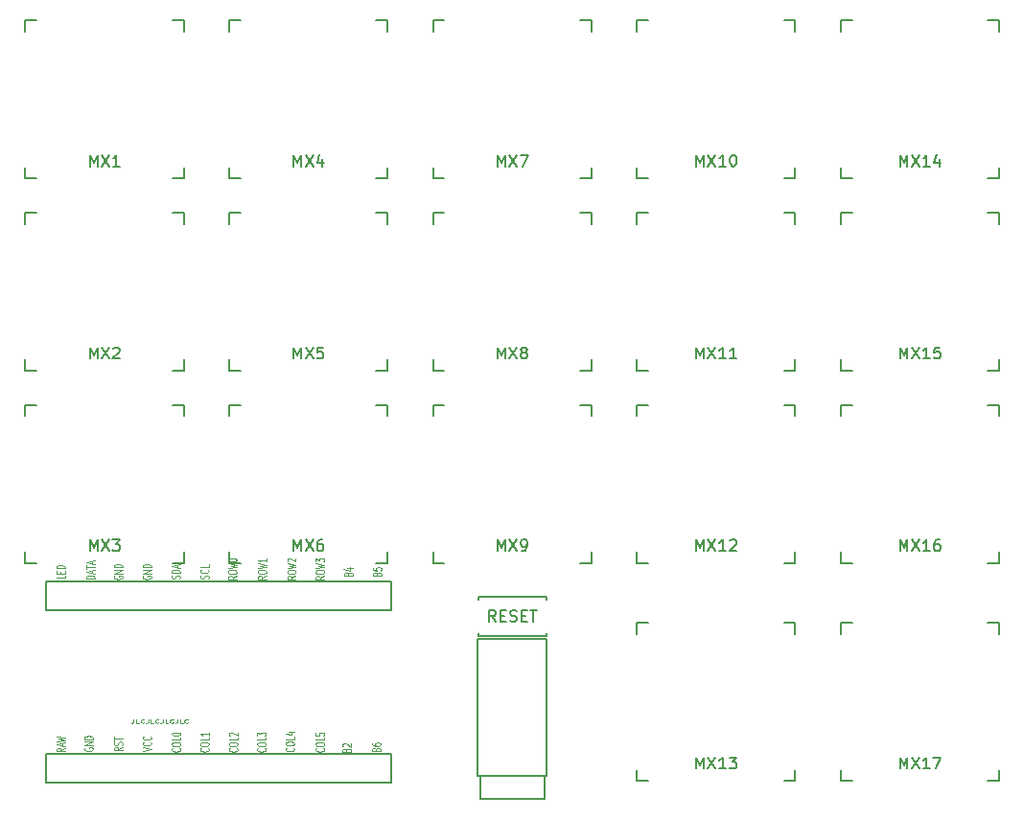
<source format=gto>
%TF.GenerationSoftware,KiCad,Pcbnew,(5.1.12)-1*%
%TF.CreationDate,2021-11-30T03:04:48-08:00*%
%TF.ProjectId,orthodox_v2,6f727468-6f64-46f7-985f-76322e6b6963,rev?*%
%TF.SameCoordinates,Original*%
%TF.FileFunction,Legend,Top*%
%TF.FilePolarity,Positive*%
%FSLAX46Y46*%
G04 Gerber Fmt 4.6, Leading zero omitted, Abs format (unit mm)*
G04 Created by KiCad (PCBNEW (5.1.12)-1) date 2021-11-30 03:04:48*
%MOMM*%
%LPD*%
G01*
G04 APERTURE LIST*
%ADD10C,0.037500*%
%ADD11C,0.150000*%
%ADD12C,0.125000*%
G04 APERTURE END LIST*
D10*
X112828676Y-132449114D02*
X112828676Y-132663400D01*
X112804866Y-132706257D01*
X112757247Y-132734828D01*
X112685819Y-132749114D01*
X112638200Y-132749114D01*
X113304866Y-132749114D02*
X113066771Y-132749114D01*
X113066771Y-132449114D01*
X113757247Y-132720542D02*
X113733438Y-132734828D01*
X113662009Y-132749114D01*
X113614390Y-132749114D01*
X113542961Y-132734828D01*
X113495342Y-132706257D01*
X113471533Y-132677685D01*
X113447723Y-132620542D01*
X113447723Y-132577685D01*
X113471533Y-132520542D01*
X113495342Y-132491971D01*
X113542961Y-132463400D01*
X113614390Y-132449114D01*
X113662009Y-132449114D01*
X113733438Y-132463400D01*
X113757247Y-132477685D01*
X114114390Y-132449114D02*
X114114390Y-132663400D01*
X114090580Y-132706257D01*
X114042961Y-132734828D01*
X113971533Y-132749114D01*
X113923914Y-132749114D01*
X114590580Y-132749114D02*
X114352485Y-132749114D01*
X114352485Y-132449114D01*
X115042961Y-132720542D02*
X115019152Y-132734828D01*
X114947723Y-132749114D01*
X114900104Y-132749114D01*
X114828676Y-132734828D01*
X114781057Y-132706257D01*
X114757247Y-132677685D01*
X114733438Y-132620542D01*
X114733438Y-132577685D01*
X114757247Y-132520542D01*
X114781057Y-132491971D01*
X114828676Y-132463400D01*
X114900104Y-132449114D01*
X114947723Y-132449114D01*
X115019152Y-132463400D01*
X115042961Y-132477685D01*
X115400104Y-132449114D02*
X115400104Y-132663400D01*
X115376295Y-132706257D01*
X115328676Y-132734828D01*
X115257247Y-132749114D01*
X115209628Y-132749114D01*
X115876295Y-132749114D02*
X115638200Y-132749114D01*
X115638200Y-132449114D01*
X116328676Y-132720542D02*
X116304866Y-132734828D01*
X116233438Y-132749114D01*
X116185819Y-132749114D01*
X116114390Y-132734828D01*
X116066771Y-132706257D01*
X116042961Y-132677685D01*
X116019152Y-132620542D01*
X116019152Y-132577685D01*
X116042961Y-132520542D01*
X116066771Y-132491971D01*
X116114390Y-132463400D01*
X116185819Y-132449114D01*
X116233438Y-132449114D01*
X116304866Y-132463400D01*
X116328676Y-132477685D01*
X116685819Y-132449114D02*
X116685819Y-132663400D01*
X116662009Y-132706257D01*
X116614390Y-132734828D01*
X116542961Y-132749114D01*
X116495342Y-132749114D01*
X117162009Y-132749114D02*
X116923914Y-132749114D01*
X116923914Y-132449114D01*
X117614390Y-132720542D02*
X117590580Y-132734828D01*
X117519152Y-132749114D01*
X117471533Y-132749114D01*
X117400104Y-132734828D01*
X117352485Y-132706257D01*
X117328676Y-132677685D01*
X117304866Y-132620542D01*
X117304866Y-132577685D01*
X117328676Y-132520542D01*
X117352485Y-132491971D01*
X117400104Y-132463400D01*
X117471533Y-132449114D01*
X117519152Y-132449114D01*
X117590580Y-132463400D01*
X117614390Y-132477685D01*
D11*
%TO.C,MX6*%
X135261000Y-118649900D02*
X134261000Y-118649900D01*
X135261000Y-117649900D02*
X135261000Y-118649900D01*
X135261000Y-104649900D02*
X135261000Y-105649900D01*
X134261000Y-104649900D02*
X135261000Y-104649900D01*
X121261000Y-104649900D02*
X122261000Y-104649900D01*
X121261000Y-105649900D02*
X121261000Y-104649900D01*
X121261000Y-118649900D02*
X121261000Y-117649900D01*
X122261000Y-118649900D02*
X121261000Y-118649900D01*
%TO.C,U2*%
X143481000Y-139454900D02*
X149081000Y-139454900D01*
X149081000Y-137454900D02*
X149081000Y-139454900D01*
X143481000Y-137454900D02*
X143481000Y-139454900D01*
X149331000Y-137454900D02*
X149331000Y-125354900D01*
X143231000Y-137454900D02*
X143231000Y-125354900D01*
X143231000Y-125354900D02*
X149331000Y-125354900D01*
X143231000Y-137454900D02*
X149331000Y-137454900D01*
%TO.C,MX1*%
X104261000Y-84649900D02*
X103261000Y-84649900D01*
X103261000Y-84649900D02*
X103261000Y-83649900D01*
X103261000Y-71649900D02*
X103261000Y-70649900D01*
X103261000Y-70649900D02*
X104261000Y-70649900D01*
X116261000Y-70649900D02*
X117261000Y-70649900D01*
X117261000Y-70649900D02*
X117261000Y-71649900D01*
X117261000Y-83649900D02*
X117261000Y-84649900D01*
X117261000Y-84649900D02*
X116261000Y-84649900D01*
%TO.C,MX2*%
X117261000Y-101649900D02*
X116261000Y-101649900D01*
X117261000Y-100649900D02*
X117261000Y-101649900D01*
X117261000Y-87649900D02*
X117261000Y-88649900D01*
X116261000Y-87649900D02*
X117261000Y-87649900D01*
X103261000Y-87649900D02*
X104261000Y-87649900D01*
X103261000Y-88649900D02*
X103261000Y-87649900D01*
X103261000Y-101649900D02*
X103261000Y-100649900D01*
X104261000Y-101649900D02*
X103261000Y-101649900D01*
%TO.C,MX3*%
X117261000Y-118649900D02*
X116261000Y-118649900D01*
X117261000Y-117649900D02*
X117261000Y-118649900D01*
X117261000Y-104649900D02*
X117261000Y-105649900D01*
X116261000Y-104649900D02*
X117261000Y-104649900D01*
X103261000Y-104649900D02*
X104261000Y-104649900D01*
X103261000Y-105649900D02*
X103261000Y-104649900D01*
X103261000Y-118649900D02*
X103261000Y-117649900D01*
X104261000Y-118649900D02*
X103261000Y-118649900D01*
%TO.C,MX4*%
X135261000Y-84649900D02*
X134261000Y-84649900D01*
X135261000Y-83649900D02*
X135261000Y-84649900D01*
X135261000Y-70649900D02*
X135261000Y-71649900D01*
X134261000Y-70649900D02*
X135261000Y-70649900D01*
X121261000Y-70649900D02*
X122261000Y-70649900D01*
X121261000Y-71649900D02*
X121261000Y-70649900D01*
X121261000Y-84649900D02*
X121261000Y-83649900D01*
X122261000Y-84649900D02*
X121261000Y-84649900D01*
%TO.C,MX5*%
X122261000Y-101649900D02*
X121261000Y-101649900D01*
X121261000Y-101649900D02*
X121261000Y-100649900D01*
X121261000Y-88649900D02*
X121261000Y-87649900D01*
X121261000Y-87649900D02*
X122261000Y-87649900D01*
X134261000Y-87649900D02*
X135261000Y-87649900D01*
X135261000Y-87649900D02*
X135261000Y-88649900D01*
X135261000Y-100649900D02*
X135261000Y-101649900D01*
X135261000Y-101649900D02*
X134261000Y-101649900D01*
%TO.C,MX7*%
X140261000Y-84649900D02*
X139261000Y-84649900D01*
X139261000Y-84649900D02*
X139261000Y-83649900D01*
X139261000Y-71649900D02*
X139261000Y-70649900D01*
X139261000Y-70649900D02*
X140261000Y-70649900D01*
X152261000Y-70649900D02*
X153261000Y-70649900D01*
X153261000Y-70649900D02*
X153261000Y-71649900D01*
X153261000Y-83649900D02*
X153261000Y-84649900D01*
X153261000Y-84649900D02*
X152261000Y-84649900D01*
%TO.C,MX8*%
X153261000Y-101649900D02*
X152261000Y-101649900D01*
X153261000Y-100649900D02*
X153261000Y-101649900D01*
X153261000Y-87649900D02*
X153261000Y-88649900D01*
X152261000Y-87649900D02*
X153261000Y-87649900D01*
X139261000Y-87649900D02*
X140261000Y-87649900D01*
X139261000Y-88649900D02*
X139261000Y-87649900D01*
X139261000Y-101649900D02*
X139261000Y-100649900D01*
X140261000Y-101649900D02*
X139261000Y-101649900D01*
%TO.C,MX9*%
X153261000Y-118649900D02*
X152261000Y-118649900D01*
X153261000Y-117649900D02*
X153261000Y-118649900D01*
X153261000Y-104649900D02*
X153261000Y-105649900D01*
X152261000Y-104649900D02*
X153261000Y-104649900D01*
X139261000Y-104649900D02*
X140261000Y-104649900D01*
X139261000Y-105649900D02*
X139261000Y-104649900D01*
X139261000Y-118649900D02*
X139261000Y-117649900D01*
X140261000Y-118649900D02*
X139261000Y-118649900D01*
%TO.C,MX10*%
X171261000Y-84649900D02*
X170261000Y-84649900D01*
X171261000Y-83649900D02*
X171261000Y-84649900D01*
X171261000Y-70649900D02*
X171261000Y-71649900D01*
X170261000Y-70649900D02*
X171261000Y-70649900D01*
X157261000Y-70649900D02*
X158261000Y-70649900D01*
X157261000Y-71649900D02*
X157261000Y-70649900D01*
X157261000Y-84649900D02*
X157261000Y-83649900D01*
X158261000Y-84649900D02*
X157261000Y-84649900D01*
%TO.C,MX11*%
X158261000Y-101649900D02*
X157261000Y-101649900D01*
X157261000Y-101649900D02*
X157261000Y-100649900D01*
X157261000Y-88649900D02*
X157261000Y-87649900D01*
X157261000Y-87649900D02*
X158261000Y-87649900D01*
X170261000Y-87649900D02*
X171261000Y-87649900D01*
X171261000Y-87649900D02*
X171261000Y-88649900D01*
X171261000Y-100649900D02*
X171261000Y-101649900D01*
X171261000Y-101649900D02*
X170261000Y-101649900D01*
%TO.C,MX12*%
X171261000Y-118649900D02*
X170261000Y-118649900D01*
X171261000Y-117649900D02*
X171261000Y-118649900D01*
X171261000Y-104649900D02*
X171261000Y-105649900D01*
X170261000Y-104649900D02*
X171261000Y-104649900D01*
X157261000Y-104649900D02*
X158261000Y-104649900D01*
X157261000Y-105649900D02*
X157261000Y-104649900D01*
X157261000Y-118649900D02*
X157261000Y-117649900D01*
X158261000Y-118649900D02*
X157261000Y-118649900D01*
%TO.C,MX13*%
X158261000Y-137899900D02*
X157261000Y-137899900D01*
X157261000Y-137899900D02*
X157261000Y-136899900D01*
X157261000Y-124899900D02*
X157261000Y-123899900D01*
X157261000Y-123899900D02*
X158261000Y-123899900D01*
X170261000Y-123899900D02*
X171261000Y-123899900D01*
X171261000Y-123899900D02*
X171261000Y-124899900D01*
X171261000Y-136899900D02*
X171261000Y-137899900D01*
X171261000Y-137899900D02*
X170261000Y-137899900D01*
%TO.C,MX14*%
X176261000Y-84649900D02*
X175261000Y-84649900D01*
X175261000Y-84649900D02*
X175261000Y-83649900D01*
X175261000Y-71649900D02*
X175261000Y-70649900D01*
X175261000Y-70649900D02*
X176261000Y-70649900D01*
X188261000Y-70649900D02*
X189261000Y-70649900D01*
X189261000Y-70649900D02*
X189261000Y-71649900D01*
X189261000Y-83649900D02*
X189261000Y-84649900D01*
X189261000Y-84649900D02*
X188261000Y-84649900D01*
%TO.C,MX15*%
X189261000Y-101649900D02*
X188261000Y-101649900D01*
X189261000Y-100649900D02*
X189261000Y-101649900D01*
X189261000Y-87649900D02*
X189261000Y-88649900D01*
X188261000Y-87649900D02*
X189261000Y-87649900D01*
X175261000Y-87649900D02*
X176261000Y-87649900D01*
X175261000Y-88649900D02*
X175261000Y-87649900D01*
X175261000Y-101649900D02*
X175261000Y-100649900D01*
X176261000Y-101649900D02*
X175261000Y-101649900D01*
%TO.C,MX16*%
X176261000Y-118649900D02*
X175261000Y-118649900D01*
X175261000Y-118649900D02*
X175261000Y-117649900D01*
X175261000Y-105649900D02*
X175261000Y-104649900D01*
X175261000Y-104649900D02*
X176261000Y-104649900D01*
X188261000Y-104649900D02*
X189261000Y-104649900D01*
X189261000Y-104649900D02*
X189261000Y-105649900D01*
X189261000Y-117649900D02*
X189261000Y-118649900D01*
X189261000Y-118649900D02*
X188261000Y-118649900D01*
%TO.C,MX17*%
X189261000Y-137899900D02*
X188261000Y-137899900D01*
X189261000Y-136899900D02*
X189261000Y-137899900D01*
X189261000Y-123899900D02*
X189261000Y-124899900D01*
X188261000Y-123899900D02*
X189261000Y-123899900D01*
X175261000Y-123899900D02*
X176261000Y-123899900D01*
X175261000Y-124899900D02*
X175261000Y-123899900D01*
X175261000Y-137899900D02*
X175261000Y-136899900D01*
X176261000Y-137899900D02*
X175261000Y-137899900D01*
%TO.C,SW1*%
X143261000Y-125100000D02*
X143261000Y-124850000D01*
X149261000Y-125100000D02*
X143261000Y-125100000D01*
X149261000Y-125100000D02*
X149261000Y-124850000D01*
X149261000Y-121600000D02*
X149261000Y-121850000D01*
X143261000Y-121600000D02*
X143261000Y-121850000D01*
X149261000Y-121600000D02*
X143261000Y-121600000D01*
%TO.C,U1*%
X105083000Y-135529900D02*
X105083000Y-138069900D01*
X105083000Y-138069900D02*
X135563000Y-138069900D01*
X135563000Y-138069900D02*
X135563000Y-135529900D01*
X135563000Y-135529900D02*
X105083000Y-135529900D01*
X105083000Y-120289900D02*
X105083000Y-122829900D01*
X105083000Y-122829900D02*
X135563000Y-122829900D01*
X135563000Y-122829900D02*
X135563000Y-120289900D01*
X135563000Y-120289900D02*
X105083000Y-120289900D01*
%TO.C,MX6*%
X126975285Y-117557280D02*
X126975285Y-116557280D01*
X127308619Y-117271566D01*
X127641952Y-116557280D01*
X127641952Y-117557280D01*
X128022904Y-116557280D02*
X128689571Y-117557280D01*
X128689571Y-116557280D02*
X128022904Y-117557280D01*
X129499095Y-116557280D02*
X129308619Y-116557280D01*
X129213380Y-116604900D01*
X129165761Y-116652519D01*
X129070523Y-116795376D01*
X129022904Y-116985852D01*
X129022904Y-117366804D01*
X129070523Y-117462042D01*
X129118142Y-117509661D01*
X129213380Y-117557280D01*
X129403857Y-117557280D01*
X129499095Y-117509661D01*
X129546714Y-117462042D01*
X129594333Y-117366804D01*
X129594333Y-117128709D01*
X129546714Y-117033471D01*
X129499095Y-116985852D01*
X129403857Y-116938233D01*
X129213380Y-116938233D01*
X129118142Y-116985852D01*
X129070523Y-117033471D01*
X129022904Y-117128709D01*
%TO.C,MX1*%
X108975285Y-83557280D02*
X108975285Y-82557280D01*
X109308619Y-83271566D01*
X109641952Y-82557280D01*
X109641952Y-83557280D01*
X110022904Y-82557280D02*
X110689571Y-83557280D01*
X110689571Y-82557280D02*
X110022904Y-83557280D01*
X111594333Y-83557280D02*
X111022904Y-83557280D01*
X111308619Y-83557280D02*
X111308619Y-82557280D01*
X111213380Y-82700138D01*
X111118142Y-82795376D01*
X111022904Y-82842995D01*
%TO.C,MX2*%
X108975285Y-100557280D02*
X108975285Y-99557280D01*
X109308619Y-100271566D01*
X109641952Y-99557280D01*
X109641952Y-100557280D01*
X110022904Y-99557280D02*
X110689571Y-100557280D01*
X110689571Y-99557280D02*
X110022904Y-100557280D01*
X111022904Y-99652519D02*
X111070523Y-99604900D01*
X111165761Y-99557280D01*
X111403857Y-99557280D01*
X111499095Y-99604900D01*
X111546714Y-99652519D01*
X111594333Y-99747757D01*
X111594333Y-99842995D01*
X111546714Y-99985852D01*
X110975285Y-100557280D01*
X111594333Y-100557280D01*
%TO.C,MX3*%
X108975285Y-117557280D02*
X108975285Y-116557280D01*
X109308619Y-117271566D01*
X109641952Y-116557280D01*
X109641952Y-117557280D01*
X110022904Y-116557280D02*
X110689571Y-117557280D01*
X110689571Y-116557280D02*
X110022904Y-117557280D01*
X110975285Y-116557280D02*
X111594333Y-116557280D01*
X111261000Y-116938233D01*
X111403857Y-116938233D01*
X111499095Y-116985852D01*
X111546714Y-117033471D01*
X111594333Y-117128709D01*
X111594333Y-117366804D01*
X111546714Y-117462042D01*
X111499095Y-117509661D01*
X111403857Y-117557280D01*
X111118142Y-117557280D01*
X111022904Y-117509661D01*
X110975285Y-117462042D01*
%TO.C,MX4*%
X126975285Y-83557280D02*
X126975285Y-82557280D01*
X127308619Y-83271566D01*
X127641952Y-82557280D01*
X127641952Y-83557280D01*
X128022904Y-82557280D02*
X128689571Y-83557280D01*
X128689571Y-82557280D02*
X128022904Y-83557280D01*
X129499095Y-82890614D02*
X129499095Y-83557280D01*
X129261000Y-82509661D02*
X129022904Y-83223947D01*
X129641952Y-83223947D01*
%TO.C,MX5*%
X126975285Y-100557280D02*
X126975285Y-99557280D01*
X127308619Y-100271566D01*
X127641952Y-99557280D01*
X127641952Y-100557280D01*
X128022904Y-99557280D02*
X128689571Y-100557280D01*
X128689571Y-99557280D02*
X128022904Y-100557280D01*
X129546714Y-99557280D02*
X129070523Y-99557280D01*
X129022904Y-100033471D01*
X129070523Y-99985852D01*
X129165761Y-99938233D01*
X129403857Y-99938233D01*
X129499095Y-99985852D01*
X129546714Y-100033471D01*
X129594333Y-100128709D01*
X129594333Y-100366804D01*
X129546714Y-100462042D01*
X129499095Y-100509661D01*
X129403857Y-100557280D01*
X129165761Y-100557280D01*
X129070523Y-100509661D01*
X129022904Y-100462042D01*
%TO.C,MX7*%
X144975285Y-83557280D02*
X144975285Y-82557280D01*
X145308619Y-83271566D01*
X145641952Y-82557280D01*
X145641952Y-83557280D01*
X146022904Y-82557280D02*
X146689571Y-83557280D01*
X146689571Y-82557280D02*
X146022904Y-83557280D01*
X146975285Y-82557280D02*
X147641952Y-82557280D01*
X147213380Y-83557280D01*
%TO.C,MX8*%
X144975285Y-100557280D02*
X144975285Y-99557280D01*
X145308619Y-100271566D01*
X145641952Y-99557280D01*
X145641952Y-100557280D01*
X146022904Y-99557280D02*
X146689571Y-100557280D01*
X146689571Y-99557280D02*
X146022904Y-100557280D01*
X147213380Y-99985852D02*
X147118142Y-99938233D01*
X147070523Y-99890614D01*
X147022904Y-99795376D01*
X147022904Y-99747757D01*
X147070523Y-99652519D01*
X147118142Y-99604900D01*
X147213380Y-99557280D01*
X147403857Y-99557280D01*
X147499095Y-99604900D01*
X147546714Y-99652519D01*
X147594333Y-99747757D01*
X147594333Y-99795376D01*
X147546714Y-99890614D01*
X147499095Y-99938233D01*
X147403857Y-99985852D01*
X147213380Y-99985852D01*
X147118142Y-100033471D01*
X147070523Y-100081090D01*
X147022904Y-100176328D01*
X147022904Y-100366804D01*
X147070523Y-100462042D01*
X147118142Y-100509661D01*
X147213380Y-100557280D01*
X147403857Y-100557280D01*
X147499095Y-100509661D01*
X147546714Y-100462042D01*
X147594333Y-100366804D01*
X147594333Y-100176328D01*
X147546714Y-100081090D01*
X147499095Y-100033471D01*
X147403857Y-99985852D01*
%TO.C,MX9*%
X144975285Y-117557280D02*
X144975285Y-116557280D01*
X145308619Y-117271566D01*
X145641952Y-116557280D01*
X145641952Y-117557280D01*
X146022904Y-116557280D02*
X146689571Y-117557280D01*
X146689571Y-116557280D02*
X146022904Y-117557280D01*
X147118142Y-117557280D02*
X147308619Y-117557280D01*
X147403857Y-117509661D01*
X147451476Y-117462042D01*
X147546714Y-117319185D01*
X147594333Y-117128709D01*
X147594333Y-116747757D01*
X147546714Y-116652519D01*
X147499095Y-116604900D01*
X147403857Y-116557280D01*
X147213380Y-116557280D01*
X147118142Y-116604900D01*
X147070523Y-116652519D01*
X147022904Y-116747757D01*
X147022904Y-116985852D01*
X147070523Y-117081090D01*
X147118142Y-117128709D01*
X147213380Y-117176328D01*
X147403857Y-117176328D01*
X147499095Y-117128709D01*
X147546714Y-117081090D01*
X147594333Y-116985852D01*
%TO.C,MX10*%
X162499095Y-83557280D02*
X162499095Y-82557280D01*
X162832428Y-83271566D01*
X163165761Y-82557280D01*
X163165761Y-83557280D01*
X163546714Y-82557280D02*
X164213380Y-83557280D01*
X164213380Y-82557280D02*
X163546714Y-83557280D01*
X165118142Y-83557280D02*
X164546714Y-83557280D01*
X164832428Y-83557280D02*
X164832428Y-82557280D01*
X164737190Y-82700138D01*
X164641952Y-82795376D01*
X164546714Y-82842995D01*
X165737190Y-82557280D02*
X165832428Y-82557280D01*
X165927666Y-82604900D01*
X165975285Y-82652519D01*
X166022904Y-82747757D01*
X166070523Y-82938233D01*
X166070523Y-83176328D01*
X166022904Y-83366804D01*
X165975285Y-83462042D01*
X165927666Y-83509661D01*
X165832428Y-83557280D01*
X165737190Y-83557280D01*
X165641952Y-83509661D01*
X165594333Y-83462042D01*
X165546714Y-83366804D01*
X165499095Y-83176328D01*
X165499095Y-82938233D01*
X165546714Y-82747757D01*
X165594333Y-82652519D01*
X165641952Y-82604900D01*
X165737190Y-82557280D01*
%TO.C,MX11*%
X162499095Y-100557280D02*
X162499095Y-99557280D01*
X162832428Y-100271566D01*
X163165761Y-99557280D01*
X163165761Y-100557280D01*
X163546714Y-99557280D02*
X164213380Y-100557280D01*
X164213380Y-99557280D02*
X163546714Y-100557280D01*
X165118142Y-100557280D02*
X164546714Y-100557280D01*
X164832428Y-100557280D02*
X164832428Y-99557280D01*
X164737190Y-99700138D01*
X164641952Y-99795376D01*
X164546714Y-99842995D01*
X166070523Y-100557280D02*
X165499095Y-100557280D01*
X165784809Y-100557280D02*
X165784809Y-99557280D01*
X165689571Y-99700138D01*
X165594333Y-99795376D01*
X165499095Y-99842995D01*
%TO.C,MX12*%
X162499095Y-117557280D02*
X162499095Y-116557280D01*
X162832428Y-117271566D01*
X163165761Y-116557280D01*
X163165761Y-117557280D01*
X163546714Y-116557280D02*
X164213380Y-117557280D01*
X164213380Y-116557280D02*
X163546714Y-117557280D01*
X165118142Y-117557280D02*
X164546714Y-117557280D01*
X164832428Y-117557280D02*
X164832428Y-116557280D01*
X164737190Y-116700138D01*
X164641952Y-116795376D01*
X164546714Y-116842995D01*
X165499095Y-116652519D02*
X165546714Y-116604900D01*
X165641952Y-116557280D01*
X165880047Y-116557280D01*
X165975285Y-116604900D01*
X166022904Y-116652519D01*
X166070523Y-116747757D01*
X166070523Y-116842995D01*
X166022904Y-116985852D01*
X165451476Y-117557280D01*
X166070523Y-117557280D01*
%TO.C,MX13*%
X162499095Y-136807280D02*
X162499095Y-135807280D01*
X162832428Y-136521566D01*
X163165761Y-135807280D01*
X163165761Y-136807280D01*
X163546714Y-135807280D02*
X164213380Y-136807280D01*
X164213380Y-135807280D02*
X163546714Y-136807280D01*
X165118142Y-136807280D02*
X164546714Y-136807280D01*
X164832428Y-136807280D02*
X164832428Y-135807280D01*
X164737190Y-135950138D01*
X164641952Y-136045376D01*
X164546714Y-136092995D01*
X165451476Y-135807280D02*
X166070523Y-135807280D01*
X165737190Y-136188233D01*
X165880047Y-136188233D01*
X165975285Y-136235852D01*
X166022904Y-136283471D01*
X166070523Y-136378709D01*
X166070523Y-136616804D01*
X166022904Y-136712042D01*
X165975285Y-136759661D01*
X165880047Y-136807280D01*
X165594333Y-136807280D01*
X165499095Y-136759661D01*
X165451476Y-136712042D01*
%TO.C,MX14*%
X180499095Y-83557280D02*
X180499095Y-82557280D01*
X180832428Y-83271566D01*
X181165761Y-82557280D01*
X181165761Y-83557280D01*
X181546714Y-82557280D02*
X182213380Y-83557280D01*
X182213380Y-82557280D02*
X181546714Y-83557280D01*
X183118142Y-83557280D02*
X182546714Y-83557280D01*
X182832428Y-83557280D02*
X182832428Y-82557280D01*
X182737190Y-82700138D01*
X182641952Y-82795376D01*
X182546714Y-82842995D01*
X183975285Y-82890614D02*
X183975285Y-83557280D01*
X183737190Y-82509661D02*
X183499095Y-83223947D01*
X184118142Y-83223947D01*
%TO.C,MX15*%
X180499095Y-100557280D02*
X180499095Y-99557280D01*
X180832428Y-100271566D01*
X181165761Y-99557280D01*
X181165761Y-100557280D01*
X181546714Y-99557280D02*
X182213380Y-100557280D01*
X182213380Y-99557280D02*
X181546714Y-100557280D01*
X183118142Y-100557280D02*
X182546714Y-100557280D01*
X182832428Y-100557280D02*
X182832428Y-99557280D01*
X182737190Y-99700138D01*
X182641952Y-99795376D01*
X182546714Y-99842995D01*
X184022904Y-99557280D02*
X183546714Y-99557280D01*
X183499095Y-100033471D01*
X183546714Y-99985852D01*
X183641952Y-99938233D01*
X183880047Y-99938233D01*
X183975285Y-99985852D01*
X184022904Y-100033471D01*
X184070523Y-100128709D01*
X184070523Y-100366804D01*
X184022904Y-100462042D01*
X183975285Y-100509661D01*
X183880047Y-100557280D01*
X183641952Y-100557280D01*
X183546714Y-100509661D01*
X183499095Y-100462042D01*
%TO.C,MX16*%
X180499095Y-117557280D02*
X180499095Y-116557280D01*
X180832428Y-117271566D01*
X181165761Y-116557280D01*
X181165761Y-117557280D01*
X181546714Y-116557280D02*
X182213380Y-117557280D01*
X182213380Y-116557280D02*
X181546714Y-117557280D01*
X183118142Y-117557280D02*
X182546714Y-117557280D01*
X182832428Y-117557280D02*
X182832428Y-116557280D01*
X182737190Y-116700138D01*
X182641952Y-116795376D01*
X182546714Y-116842995D01*
X183975285Y-116557280D02*
X183784809Y-116557280D01*
X183689571Y-116604900D01*
X183641952Y-116652519D01*
X183546714Y-116795376D01*
X183499095Y-116985852D01*
X183499095Y-117366804D01*
X183546714Y-117462042D01*
X183594333Y-117509661D01*
X183689571Y-117557280D01*
X183880047Y-117557280D01*
X183975285Y-117509661D01*
X184022904Y-117462042D01*
X184070523Y-117366804D01*
X184070523Y-117128709D01*
X184022904Y-117033471D01*
X183975285Y-116985852D01*
X183880047Y-116938233D01*
X183689571Y-116938233D01*
X183594333Y-116985852D01*
X183546714Y-117033471D01*
X183499095Y-117128709D01*
%TO.C,MX17*%
X180499095Y-136807280D02*
X180499095Y-135807280D01*
X180832428Y-136521566D01*
X181165761Y-135807280D01*
X181165761Y-136807280D01*
X181546714Y-135807280D02*
X182213380Y-136807280D01*
X182213380Y-135807280D02*
X181546714Y-136807280D01*
X183118142Y-136807280D02*
X182546714Y-136807280D01*
X182832428Y-136807280D02*
X182832428Y-135807280D01*
X182737190Y-135950138D01*
X182641952Y-136045376D01*
X182546714Y-136092995D01*
X183451476Y-135807280D02*
X184118142Y-135807280D01*
X183689571Y-136807280D01*
%TO.C,SW1*%
X144808619Y-123802380D02*
X144475285Y-123326190D01*
X144237190Y-123802380D02*
X144237190Y-122802380D01*
X144618142Y-122802380D01*
X144713380Y-122850000D01*
X144761000Y-122897619D01*
X144808619Y-122992857D01*
X144808619Y-123135714D01*
X144761000Y-123230952D01*
X144713380Y-123278571D01*
X144618142Y-123326190D01*
X144237190Y-123326190D01*
X145237190Y-123278571D02*
X145570523Y-123278571D01*
X145713380Y-123802380D02*
X145237190Y-123802380D01*
X145237190Y-122802380D01*
X145713380Y-122802380D01*
X146094333Y-123754761D02*
X146237190Y-123802380D01*
X146475285Y-123802380D01*
X146570523Y-123754761D01*
X146618142Y-123707142D01*
X146665761Y-123611904D01*
X146665761Y-123516666D01*
X146618142Y-123421428D01*
X146570523Y-123373809D01*
X146475285Y-123326190D01*
X146284809Y-123278571D01*
X146189571Y-123230952D01*
X146141952Y-123183333D01*
X146094333Y-123088095D01*
X146094333Y-122992857D01*
X146141952Y-122897619D01*
X146189571Y-122850000D01*
X146284809Y-122802380D01*
X146522904Y-122802380D01*
X146665761Y-122850000D01*
X147094333Y-123278571D02*
X147427666Y-123278571D01*
X147570523Y-123802380D02*
X147094333Y-123802380D01*
X147094333Y-122802380D01*
X147570523Y-122802380D01*
X147856238Y-122802380D02*
X148427666Y-122802380D01*
X148141952Y-123802380D02*
X148141952Y-122802380D01*
%TO.C,U1*%
D12*
X124535785Y-119780852D02*
X124178642Y-119947519D01*
X124535785Y-120066566D02*
X123785785Y-120066566D01*
X123785785Y-119876090D01*
X123821500Y-119828471D01*
X123857214Y-119804661D01*
X123928642Y-119780852D01*
X124035785Y-119780852D01*
X124107214Y-119804661D01*
X124142928Y-119828471D01*
X124178642Y-119876090D01*
X124178642Y-120066566D01*
X123785785Y-119471328D02*
X123785785Y-119376090D01*
X123821500Y-119328471D01*
X123892928Y-119280852D01*
X124035785Y-119257042D01*
X124285785Y-119257042D01*
X124428642Y-119280852D01*
X124500071Y-119328471D01*
X124535785Y-119376090D01*
X124535785Y-119471328D01*
X124500071Y-119518947D01*
X124428642Y-119566566D01*
X124285785Y-119590376D01*
X124035785Y-119590376D01*
X123892928Y-119566566D01*
X123821500Y-119518947D01*
X123785785Y-119471328D01*
X123785785Y-119090376D02*
X124535785Y-118971328D01*
X124000071Y-118876090D01*
X124535785Y-118780852D01*
X123785785Y-118661804D01*
X124535785Y-118209423D02*
X124535785Y-118495138D01*
X124535785Y-118352280D02*
X123785785Y-118352280D01*
X123892928Y-118399900D01*
X123964357Y-118447519D01*
X124000071Y-118495138D01*
X126940857Y-134947519D02*
X126976571Y-134971328D01*
X127012285Y-135042757D01*
X127012285Y-135090376D01*
X126976571Y-135161804D01*
X126905142Y-135209423D01*
X126833714Y-135233233D01*
X126690857Y-135257042D01*
X126583714Y-135257042D01*
X126440857Y-135233233D01*
X126369428Y-135209423D01*
X126298000Y-135161804D01*
X126262285Y-135090376D01*
X126262285Y-135042757D01*
X126298000Y-134971328D01*
X126333714Y-134947519D01*
X126262285Y-134637995D02*
X126262285Y-134542757D01*
X126298000Y-134495138D01*
X126369428Y-134447519D01*
X126512285Y-134423709D01*
X126762285Y-134423709D01*
X126905142Y-134447519D01*
X126976571Y-134495138D01*
X127012285Y-134542757D01*
X127012285Y-134637995D01*
X126976571Y-134685614D01*
X126905142Y-134733233D01*
X126762285Y-134757042D01*
X126512285Y-134757042D01*
X126369428Y-134733233D01*
X126298000Y-134685614D01*
X126262285Y-134637995D01*
X127012285Y-133971328D02*
X127012285Y-134209423D01*
X126262285Y-134209423D01*
X126512285Y-133590376D02*
X127012285Y-133590376D01*
X126226571Y-133709423D02*
X126762285Y-133828471D01*
X126762285Y-133518947D01*
X127139285Y-119780852D02*
X126782142Y-119947519D01*
X127139285Y-120066566D02*
X126389285Y-120066566D01*
X126389285Y-119876090D01*
X126425000Y-119828471D01*
X126460714Y-119804661D01*
X126532142Y-119780852D01*
X126639285Y-119780852D01*
X126710714Y-119804661D01*
X126746428Y-119828471D01*
X126782142Y-119876090D01*
X126782142Y-120066566D01*
X126389285Y-119471328D02*
X126389285Y-119376090D01*
X126425000Y-119328471D01*
X126496428Y-119280852D01*
X126639285Y-119257042D01*
X126889285Y-119257042D01*
X127032142Y-119280852D01*
X127103571Y-119328471D01*
X127139285Y-119376090D01*
X127139285Y-119471328D01*
X127103571Y-119518947D01*
X127032142Y-119566566D01*
X126889285Y-119590376D01*
X126639285Y-119590376D01*
X126496428Y-119566566D01*
X126425000Y-119518947D01*
X126389285Y-119471328D01*
X126389285Y-119090376D02*
X127139285Y-118971328D01*
X126603571Y-118876090D01*
X127139285Y-118780852D01*
X126389285Y-118661804D01*
X126460714Y-118495138D02*
X126425000Y-118471328D01*
X126389285Y-118423709D01*
X126389285Y-118304661D01*
X126425000Y-118257042D01*
X126460714Y-118233233D01*
X126532142Y-118209423D01*
X126603571Y-118209423D01*
X126710714Y-118233233D01*
X127139285Y-118518947D01*
X127139285Y-118209423D01*
X129578857Y-134997519D02*
X129614571Y-135021328D01*
X129650285Y-135092757D01*
X129650285Y-135140376D01*
X129614571Y-135211804D01*
X129543142Y-135259423D01*
X129471714Y-135283233D01*
X129328857Y-135307042D01*
X129221714Y-135307042D01*
X129078857Y-135283233D01*
X129007428Y-135259423D01*
X128936000Y-135211804D01*
X128900285Y-135140376D01*
X128900285Y-135092757D01*
X128936000Y-135021328D01*
X128971714Y-134997519D01*
X128900285Y-134687995D02*
X128900285Y-134592757D01*
X128936000Y-134545138D01*
X129007428Y-134497519D01*
X129150285Y-134473709D01*
X129400285Y-134473709D01*
X129543142Y-134497519D01*
X129614571Y-134545138D01*
X129650285Y-134592757D01*
X129650285Y-134687995D01*
X129614571Y-134735614D01*
X129543142Y-134783233D01*
X129400285Y-134807042D01*
X129150285Y-134807042D01*
X129007428Y-134783233D01*
X128936000Y-134735614D01*
X128900285Y-134687995D01*
X129650285Y-134021328D02*
X129650285Y-134259423D01*
X128900285Y-134259423D01*
X128900285Y-133616566D02*
X128900285Y-133854661D01*
X129257428Y-133878471D01*
X129221714Y-133854661D01*
X129186000Y-133807042D01*
X129186000Y-133687995D01*
X129221714Y-133640376D01*
X129257428Y-133616566D01*
X129328857Y-133592757D01*
X129507428Y-133592757D01*
X129578857Y-133616566D01*
X129614571Y-133640376D01*
X129650285Y-133687995D01*
X129650285Y-133807042D01*
X129614571Y-133854661D01*
X129578857Y-133878471D01*
X129650285Y-119780852D02*
X129293142Y-119947519D01*
X129650285Y-120066566D02*
X128900285Y-120066566D01*
X128900285Y-119876090D01*
X128936000Y-119828471D01*
X128971714Y-119804661D01*
X129043142Y-119780852D01*
X129150285Y-119780852D01*
X129221714Y-119804661D01*
X129257428Y-119828471D01*
X129293142Y-119876090D01*
X129293142Y-120066566D01*
X128900285Y-119471328D02*
X128900285Y-119376090D01*
X128936000Y-119328471D01*
X129007428Y-119280852D01*
X129150285Y-119257042D01*
X129400285Y-119257042D01*
X129543142Y-119280852D01*
X129614571Y-119328471D01*
X129650285Y-119376090D01*
X129650285Y-119471328D01*
X129614571Y-119518947D01*
X129543142Y-119566566D01*
X129400285Y-119590376D01*
X129150285Y-119590376D01*
X129007428Y-119566566D01*
X128936000Y-119518947D01*
X128900285Y-119471328D01*
X128900285Y-119090376D02*
X129650285Y-118971328D01*
X129114571Y-118876090D01*
X129650285Y-118780852D01*
X128900285Y-118661804D01*
X128900285Y-118518947D02*
X128900285Y-118209423D01*
X129186000Y-118376090D01*
X129186000Y-118304661D01*
X129221714Y-118257042D01*
X129257428Y-118233233D01*
X129328857Y-118209423D01*
X129507428Y-118209423D01*
X129578857Y-118233233D01*
X129614571Y-118257042D01*
X129650285Y-118304661D01*
X129650285Y-118447519D01*
X129614571Y-118495138D01*
X129578857Y-118518947D01*
X131635928Y-135160780D02*
X131671642Y-135089352D01*
X131707357Y-135065542D01*
X131778785Y-135041733D01*
X131885928Y-135041733D01*
X131957357Y-135065542D01*
X131993071Y-135089352D01*
X132028785Y-135136971D01*
X132028785Y-135327447D01*
X131278785Y-135327447D01*
X131278785Y-135160780D01*
X131314500Y-135113161D01*
X131350214Y-135089352D01*
X131421642Y-135065542D01*
X131493071Y-135065542D01*
X131564500Y-135089352D01*
X131600214Y-135113161D01*
X131635928Y-135160780D01*
X131635928Y-135327447D01*
X131350214Y-134851257D02*
X131314500Y-134827447D01*
X131278785Y-134779828D01*
X131278785Y-134660780D01*
X131314500Y-134613161D01*
X131350214Y-134589352D01*
X131421642Y-134565542D01*
X131493071Y-134565542D01*
X131600214Y-134589352D01*
X132028785Y-134875066D01*
X132028785Y-134565542D01*
X131762928Y-119603280D02*
X131798642Y-119531852D01*
X131834357Y-119508042D01*
X131905785Y-119484233D01*
X132012928Y-119484233D01*
X132084357Y-119508042D01*
X132120071Y-119531852D01*
X132155785Y-119579471D01*
X132155785Y-119769947D01*
X131405785Y-119769947D01*
X131405785Y-119603280D01*
X131441500Y-119555661D01*
X131477214Y-119531852D01*
X131548642Y-119508042D01*
X131620071Y-119508042D01*
X131691500Y-119531852D01*
X131727214Y-119555661D01*
X131762928Y-119603280D01*
X131762928Y-119769947D01*
X131655785Y-119055661D02*
X132155785Y-119055661D01*
X131370071Y-119174709D02*
X131905785Y-119293757D01*
X131905785Y-118984233D01*
X134302928Y-119603280D02*
X134338642Y-119531852D01*
X134374357Y-119508042D01*
X134445785Y-119484233D01*
X134552928Y-119484233D01*
X134624357Y-119508042D01*
X134660071Y-119531852D01*
X134695785Y-119579471D01*
X134695785Y-119769947D01*
X133945785Y-119769947D01*
X133945785Y-119603280D01*
X133981500Y-119555661D01*
X134017214Y-119531852D01*
X134088642Y-119508042D01*
X134160071Y-119508042D01*
X134231500Y-119531852D01*
X134267214Y-119555661D01*
X134302928Y-119603280D01*
X134302928Y-119769947D01*
X133945785Y-119031852D02*
X133945785Y-119269947D01*
X134302928Y-119293757D01*
X134267214Y-119269947D01*
X134231500Y-119222328D01*
X134231500Y-119103280D01*
X134267214Y-119055661D01*
X134302928Y-119031852D01*
X134374357Y-119008042D01*
X134552928Y-119008042D01*
X134624357Y-119031852D01*
X134660071Y-119055661D01*
X134695785Y-119103280D01*
X134695785Y-119222328D01*
X134660071Y-119269947D01*
X134624357Y-119293757D01*
X134239428Y-135097280D02*
X134275142Y-135025852D01*
X134310857Y-135002042D01*
X134382285Y-134978233D01*
X134489428Y-134978233D01*
X134560857Y-135002042D01*
X134596571Y-135025852D01*
X134632285Y-135073471D01*
X134632285Y-135263947D01*
X133882285Y-135263947D01*
X133882285Y-135097280D01*
X133918000Y-135049661D01*
X133953714Y-135025852D01*
X134025142Y-135002042D01*
X134096571Y-135002042D01*
X134168000Y-135025852D01*
X134203714Y-135049661D01*
X134239428Y-135097280D01*
X134239428Y-135263947D01*
X133882285Y-134549661D02*
X133882285Y-134644900D01*
X133918000Y-134692519D01*
X133953714Y-134716328D01*
X134060857Y-134763947D01*
X134203714Y-134787757D01*
X134489428Y-134787757D01*
X134560857Y-134763947D01*
X134596571Y-134740138D01*
X134632285Y-134692519D01*
X134632285Y-134597280D01*
X134596571Y-134549661D01*
X134560857Y-134525852D01*
X134489428Y-134502042D01*
X134310857Y-134502042D01*
X134239428Y-134525852D01*
X134203714Y-134549661D01*
X134168000Y-134597280D01*
X134168000Y-134692519D01*
X134203714Y-134740138D01*
X134239428Y-134763947D01*
X134310857Y-134787757D01*
X116878857Y-134997519D02*
X116914571Y-135021328D01*
X116950285Y-135092757D01*
X116950285Y-135140376D01*
X116914571Y-135211804D01*
X116843142Y-135259423D01*
X116771714Y-135283233D01*
X116628857Y-135307042D01*
X116521714Y-135307042D01*
X116378857Y-135283233D01*
X116307428Y-135259423D01*
X116236000Y-135211804D01*
X116200285Y-135140376D01*
X116200285Y-135092757D01*
X116236000Y-135021328D01*
X116271714Y-134997519D01*
X116200285Y-134687995D02*
X116200285Y-134592757D01*
X116236000Y-134545138D01*
X116307428Y-134497519D01*
X116450285Y-134473709D01*
X116700285Y-134473709D01*
X116843142Y-134497519D01*
X116914571Y-134545138D01*
X116950285Y-134592757D01*
X116950285Y-134687995D01*
X116914571Y-134735614D01*
X116843142Y-134783233D01*
X116700285Y-134807042D01*
X116450285Y-134807042D01*
X116307428Y-134783233D01*
X116236000Y-134735614D01*
X116200285Y-134687995D01*
X116950285Y-134021328D02*
X116950285Y-134259423D01*
X116200285Y-134259423D01*
X116200285Y-133759423D02*
X116200285Y-133711804D01*
X116236000Y-133664185D01*
X116271714Y-133640376D01*
X116343142Y-133616566D01*
X116486000Y-133592757D01*
X116664571Y-133592757D01*
X116807428Y-133616566D01*
X116878857Y-133640376D01*
X116914571Y-133664185D01*
X116950285Y-133711804D01*
X116950285Y-133759423D01*
X116914571Y-133807042D01*
X116878857Y-133830852D01*
X116807428Y-133854661D01*
X116664571Y-133878471D01*
X116486000Y-133878471D01*
X116343142Y-133854661D01*
X116271714Y-133830852D01*
X116236000Y-133807042D01*
X116200285Y-133759423D01*
X116880071Y-120008042D02*
X116915785Y-119936614D01*
X116915785Y-119817566D01*
X116880071Y-119769947D01*
X116844357Y-119746138D01*
X116772928Y-119722328D01*
X116701500Y-119722328D01*
X116630071Y-119746138D01*
X116594357Y-119769947D01*
X116558642Y-119817566D01*
X116522928Y-119912804D01*
X116487214Y-119960423D01*
X116451500Y-119984233D01*
X116380071Y-120008042D01*
X116308642Y-120008042D01*
X116237214Y-119984233D01*
X116201500Y-119960423D01*
X116165785Y-119912804D01*
X116165785Y-119793757D01*
X116201500Y-119722328D01*
X116915785Y-119508042D02*
X116165785Y-119508042D01*
X116165785Y-119388995D01*
X116201500Y-119317566D01*
X116272928Y-119269947D01*
X116344357Y-119246138D01*
X116487214Y-119222328D01*
X116594357Y-119222328D01*
X116737214Y-119246138D01*
X116808642Y-119269947D01*
X116880071Y-119317566D01*
X116915785Y-119388995D01*
X116915785Y-119508042D01*
X116701500Y-119031852D02*
X116701500Y-118793757D01*
X116915785Y-119079471D02*
X116165785Y-118912804D01*
X116915785Y-118746138D01*
X119384357Y-134997519D02*
X119420071Y-135021328D01*
X119455785Y-135092757D01*
X119455785Y-135140376D01*
X119420071Y-135211804D01*
X119348642Y-135259423D01*
X119277214Y-135283233D01*
X119134357Y-135307042D01*
X119027214Y-135307042D01*
X118884357Y-135283233D01*
X118812928Y-135259423D01*
X118741500Y-135211804D01*
X118705785Y-135140376D01*
X118705785Y-135092757D01*
X118741500Y-135021328D01*
X118777214Y-134997519D01*
X118705785Y-134687995D02*
X118705785Y-134592757D01*
X118741500Y-134545138D01*
X118812928Y-134497519D01*
X118955785Y-134473709D01*
X119205785Y-134473709D01*
X119348642Y-134497519D01*
X119420071Y-134545138D01*
X119455785Y-134592757D01*
X119455785Y-134687995D01*
X119420071Y-134735614D01*
X119348642Y-134783233D01*
X119205785Y-134807042D01*
X118955785Y-134807042D01*
X118812928Y-134783233D01*
X118741500Y-134735614D01*
X118705785Y-134687995D01*
X119455785Y-134021328D02*
X119455785Y-134259423D01*
X118705785Y-134259423D01*
X119455785Y-133592757D02*
X119455785Y-133878471D01*
X119455785Y-133735614D02*
X118705785Y-133735614D01*
X118812928Y-133783233D01*
X118884357Y-133830852D01*
X118920071Y-133878471D01*
X119420071Y-119996138D02*
X119455785Y-119924709D01*
X119455785Y-119805661D01*
X119420071Y-119758042D01*
X119384357Y-119734233D01*
X119312928Y-119710423D01*
X119241500Y-119710423D01*
X119170071Y-119734233D01*
X119134357Y-119758042D01*
X119098642Y-119805661D01*
X119062928Y-119900900D01*
X119027214Y-119948519D01*
X118991500Y-119972328D01*
X118920071Y-119996138D01*
X118848642Y-119996138D01*
X118777214Y-119972328D01*
X118741500Y-119948519D01*
X118705785Y-119900900D01*
X118705785Y-119781852D01*
X118741500Y-119710423D01*
X119384357Y-119210423D02*
X119420071Y-119234233D01*
X119455785Y-119305661D01*
X119455785Y-119353280D01*
X119420071Y-119424709D01*
X119348642Y-119472328D01*
X119277214Y-119496138D01*
X119134357Y-119519947D01*
X119027214Y-119519947D01*
X118884357Y-119496138D01*
X118812928Y-119472328D01*
X118741500Y-119424709D01*
X118705785Y-119353280D01*
X118705785Y-119305661D01*
X118741500Y-119234233D01*
X118777214Y-119210423D01*
X119455785Y-118758042D02*
X119455785Y-118996138D01*
X118705785Y-118996138D01*
X121928857Y-134997519D02*
X121964571Y-135021328D01*
X122000285Y-135092757D01*
X122000285Y-135140376D01*
X121964571Y-135211804D01*
X121893142Y-135259423D01*
X121821714Y-135283233D01*
X121678857Y-135307042D01*
X121571714Y-135307042D01*
X121428857Y-135283233D01*
X121357428Y-135259423D01*
X121286000Y-135211804D01*
X121250285Y-135140376D01*
X121250285Y-135092757D01*
X121286000Y-135021328D01*
X121321714Y-134997519D01*
X121250285Y-134687995D02*
X121250285Y-134592757D01*
X121286000Y-134545138D01*
X121357428Y-134497519D01*
X121500285Y-134473709D01*
X121750285Y-134473709D01*
X121893142Y-134497519D01*
X121964571Y-134545138D01*
X122000285Y-134592757D01*
X122000285Y-134687995D01*
X121964571Y-134735614D01*
X121893142Y-134783233D01*
X121750285Y-134807042D01*
X121500285Y-134807042D01*
X121357428Y-134783233D01*
X121286000Y-134735614D01*
X121250285Y-134687995D01*
X122000285Y-134021328D02*
X122000285Y-134259423D01*
X121250285Y-134259423D01*
X121321714Y-133878471D02*
X121286000Y-133854661D01*
X121250285Y-133807042D01*
X121250285Y-133687995D01*
X121286000Y-133640376D01*
X121321714Y-133616566D01*
X121393142Y-133592757D01*
X121464571Y-133592757D01*
X121571714Y-133616566D01*
X122000285Y-133902280D01*
X122000285Y-133592757D01*
X121932285Y-119780852D02*
X121575142Y-119947519D01*
X121932285Y-120066566D02*
X121182285Y-120066566D01*
X121182285Y-119876090D01*
X121218000Y-119828471D01*
X121253714Y-119804661D01*
X121325142Y-119780852D01*
X121432285Y-119780852D01*
X121503714Y-119804661D01*
X121539428Y-119828471D01*
X121575142Y-119876090D01*
X121575142Y-120066566D01*
X121182285Y-119471328D02*
X121182285Y-119376090D01*
X121218000Y-119328471D01*
X121289428Y-119280852D01*
X121432285Y-119257042D01*
X121682285Y-119257042D01*
X121825142Y-119280852D01*
X121896571Y-119328471D01*
X121932285Y-119376090D01*
X121932285Y-119471328D01*
X121896571Y-119518947D01*
X121825142Y-119566566D01*
X121682285Y-119590376D01*
X121432285Y-119590376D01*
X121289428Y-119566566D01*
X121218000Y-119518947D01*
X121182285Y-119471328D01*
X121182285Y-119090376D02*
X121932285Y-118971328D01*
X121396571Y-118876090D01*
X121932285Y-118780852D01*
X121182285Y-118661804D01*
X121182285Y-118376090D02*
X121182285Y-118328471D01*
X121218000Y-118280852D01*
X121253714Y-118257042D01*
X121325142Y-118233233D01*
X121468000Y-118209423D01*
X121646571Y-118209423D01*
X121789428Y-118233233D01*
X121860857Y-118257042D01*
X121896571Y-118280852D01*
X121932285Y-118328471D01*
X121932285Y-118376090D01*
X121896571Y-118423709D01*
X121860857Y-118447519D01*
X121789428Y-118471328D01*
X121646571Y-118495138D01*
X121468000Y-118495138D01*
X121325142Y-118471328D01*
X121253714Y-118447519D01*
X121218000Y-118423709D01*
X121182285Y-118376090D01*
X124428857Y-134997519D02*
X124464571Y-135021328D01*
X124500285Y-135092757D01*
X124500285Y-135140376D01*
X124464571Y-135211804D01*
X124393142Y-135259423D01*
X124321714Y-135283233D01*
X124178857Y-135307042D01*
X124071714Y-135307042D01*
X123928857Y-135283233D01*
X123857428Y-135259423D01*
X123786000Y-135211804D01*
X123750285Y-135140376D01*
X123750285Y-135092757D01*
X123786000Y-135021328D01*
X123821714Y-134997519D01*
X123750285Y-134687995D02*
X123750285Y-134592757D01*
X123786000Y-134545138D01*
X123857428Y-134497519D01*
X124000285Y-134473709D01*
X124250285Y-134473709D01*
X124393142Y-134497519D01*
X124464571Y-134545138D01*
X124500285Y-134592757D01*
X124500285Y-134687995D01*
X124464571Y-134735614D01*
X124393142Y-134783233D01*
X124250285Y-134807042D01*
X124000285Y-134807042D01*
X123857428Y-134783233D01*
X123786000Y-134735614D01*
X123750285Y-134687995D01*
X124500285Y-134021328D02*
X124500285Y-134259423D01*
X123750285Y-134259423D01*
X123750285Y-133902280D02*
X123750285Y-133592757D01*
X124036000Y-133759423D01*
X124036000Y-133687995D01*
X124071714Y-133640376D01*
X124107428Y-133616566D01*
X124178857Y-133592757D01*
X124357428Y-133592757D01*
X124428857Y-133616566D01*
X124464571Y-133640376D01*
X124500285Y-133687995D01*
X124500285Y-133830852D01*
X124464571Y-133878471D01*
X124428857Y-133902280D01*
X113661500Y-119781852D02*
X113625785Y-119829471D01*
X113625785Y-119900900D01*
X113661500Y-119972328D01*
X113732928Y-120019947D01*
X113804357Y-120043757D01*
X113947214Y-120067566D01*
X114054357Y-120067566D01*
X114197214Y-120043757D01*
X114268642Y-120019947D01*
X114340071Y-119972328D01*
X114375785Y-119900900D01*
X114375785Y-119853280D01*
X114340071Y-119781852D01*
X114304357Y-119758042D01*
X114054357Y-119758042D01*
X114054357Y-119853280D01*
X114375785Y-119543757D02*
X113625785Y-119543757D01*
X114375785Y-119258042D01*
X113625785Y-119258042D01*
X114375785Y-119019947D02*
X113625785Y-119019947D01*
X113625785Y-118900900D01*
X113661500Y-118829471D01*
X113732928Y-118781852D01*
X113804357Y-118758042D01*
X113947214Y-118734233D01*
X114054357Y-118734233D01*
X114197214Y-118758042D01*
X114268642Y-118781852D01*
X114340071Y-118829471D01*
X114375785Y-118900900D01*
X114375785Y-119019947D01*
X113625785Y-135244066D02*
X114375785Y-135077400D01*
X113625785Y-134910733D01*
X114304357Y-134458352D02*
X114340071Y-134482161D01*
X114375785Y-134553590D01*
X114375785Y-134601209D01*
X114340071Y-134672638D01*
X114268642Y-134720257D01*
X114197214Y-134744066D01*
X114054357Y-134767876D01*
X113947214Y-134767876D01*
X113804357Y-134744066D01*
X113732928Y-134720257D01*
X113661500Y-134672638D01*
X113625785Y-134601209D01*
X113625785Y-134553590D01*
X113661500Y-134482161D01*
X113697214Y-134458352D01*
X114304357Y-133958352D02*
X114340071Y-133982161D01*
X114375785Y-134053590D01*
X114375785Y-134101209D01*
X114340071Y-134172638D01*
X114268642Y-134220257D01*
X114197214Y-134244066D01*
X114054357Y-134267876D01*
X113947214Y-134267876D01*
X113804357Y-134244066D01*
X113732928Y-134220257D01*
X113661500Y-134172638D01*
X113625785Y-134101209D01*
X113625785Y-134053590D01*
X113661500Y-133982161D01*
X113697214Y-133958352D01*
X111121500Y-119781852D02*
X111085785Y-119829471D01*
X111085785Y-119900900D01*
X111121500Y-119972328D01*
X111192928Y-120019947D01*
X111264357Y-120043757D01*
X111407214Y-120067566D01*
X111514357Y-120067566D01*
X111657214Y-120043757D01*
X111728642Y-120019947D01*
X111800071Y-119972328D01*
X111835785Y-119900900D01*
X111835785Y-119853280D01*
X111800071Y-119781852D01*
X111764357Y-119758042D01*
X111514357Y-119758042D01*
X111514357Y-119853280D01*
X111835785Y-119543757D02*
X111085785Y-119543757D01*
X111835785Y-119258042D01*
X111085785Y-119258042D01*
X111835785Y-119019947D02*
X111085785Y-119019947D01*
X111085785Y-118900900D01*
X111121500Y-118829471D01*
X111192928Y-118781852D01*
X111264357Y-118758042D01*
X111407214Y-118734233D01*
X111514357Y-118734233D01*
X111657214Y-118758042D01*
X111728642Y-118781852D01*
X111800071Y-118829471D01*
X111835785Y-118900900D01*
X111835785Y-119019947D01*
X111835785Y-134914709D02*
X111478642Y-135081376D01*
X111835785Y-135200423D02*
X111085785Y-135200423D01*
X111085785Y-135009947D01*
X111121500Y-134962328D01*
X111157214Y-134938519D01*
X111228642Y-134914709D01*
X111335785Y-134914709D01*
X111407214Y-134938519D01*
X111442928Y-134962328D01*
X111478642Y-135009947D01*
X111478642Y-135200423D01*
X111800071Y-134724233D02*
X111835785Y-134652804D01*
X111835785Y-134533757D01*
X111800071Y-134486138D01*
X111764357Y-134462328D01*
X111692928Y-134438519D01*
X111621500Y-134438519D01*
X111550071Y-134462328D01*
X111514357Y-134486138D01*
X111478642Y-134533757D01*
X111442928Y-134628995D01*
X111407214Y-134676614D01*
X111371500Y-134700423D01*
X111300071Y-134724233D01*
X111228642Y-134724233D01*
X111157214Y-134700423D01*
X111121500Y-134676614D01*
X111085785Y-134628995D01*
X111085785Y-134509947D01*
X111121500Y-134438519D01*
X111085785Y-134295661D02*
X111085785Y-134009947D01*
X111835785Y-134152804D02*
X111085785Y-134152804D01*
X109400285Y-119999900D02*
X108650285Y-119999900D01*
X108650285Y-119880852D01*
X108686000Y-119809423D01*
X108757428Y-119761804D01*
X108828857Y-119737995D01*
X108971714Y-119714185D01*
X109078857Y-119714185D01*
X109221714Y-119737995D01*
X109293142Y-119761804D01*
X109364571Y-119809423D01*
X109400285Y-119880852D01*
X109400285Y-119999900D01*
X109186000Y-119523709D02*
X109186000Y-119285614D01*
X109400285Y-119571328D02*
X108650285Y-119404661D01*
X109400285Y-119237995D01*
X108650285Y-119142757D02*
X108650285Y-118857042D01*
X109400285Y-118999900D02*
X108650285Y-118999900D01*
X109186000Y-118714185D02*
X109186000Y-118476090D01*
X109400285Y-118761804D02*
X108650285Y-118595138D01*
X109400285Y-118428471D01*
X108518000Y-134958352D02*
X108482285Y-135005971D01*
X108482285Y-135077400D01*
X108518000Y-135148828D01*
X108589428Y-135196447D01*
X108660857Y-135220257D01*
X108803714Y-135244066D01*
X108910857Y-135244066D01*
X109053714Y-135220257D01*
X109125142Y-135196447D01*
X109196571Y-135148828D01*
X109232285Y-135077400D01*
X109232285Y-135029780D01*
X109196571Y-134958352D01*
X109160857Y-134934542D01*
X108910857Y-134934542D01*
X108910857Y-135029780D01*
X109232285Y-134720257D02*
X108482285Y-134720257D01*
X109232285Y-134434542D01*
X108482285Y-134434542D01*
X109232285Y-134196447D02*
X108482285Y-134196447D01*
X108482285Y-134077400D01*
X108518000Y-134005971D01*
X108589428Y-133958352D01*
X108660857Y-133934542D01*
X108803714Y-133910733D01*
X108910857Y-133910733D01*
X109053714Y-133934542D01*
X109125142Y-133958352D01*
X109196571Y-134005971D01*
X109232285Y-134077400D01*
X109232285Y-134196447D01*
X106755785Y-119722328D02*
X106755785Y-119960423D01*
X106005785Y-119960423D01*
X106362928Y-119555661D02*
X106362928Y-119388995D01*
X106755785Y-119317566D02*
X106755785Y-119555661D01*
X106005785Y-119555661D01*
X106005785Y-119317566D01*
X106755785Y-119103280D02*
X106005785Y-119103280D01*
X106005785Y-118984233D01*
X106041500Y-118912804D01*
X106112928Y-118865185D01*
X106184357Y-118841376D01*
X106327214Y-118817566D01*
X106434357Y-118817566D01*
X106577214Y-118841376D01*
X106648642Y-118865185D01*
X106720071Y-118912804D01*
X106755785Y-118984233D01*
X106755785Y-119103280D01*
X106755785Y-134986138D02*
X106398642Y-135152804D01*
X106755785Y-135271852D02*
X106005785Y-135271852D01*
X106005785Y-135081376D01*
X106041500Y-135033757D01*
X106077214Y-135009947D01*
X106148642Y-134986138D01*
X106255785Y-134986138D01*
X106327214Y-135009947D01*
X106362928Y-135033757D01*
X106398642Y-135081376D01*
X106398642Y-135271852D01*
X106541500Y-134795661D02*
X106541500Y-134557566D01*
X106755785Y-134843280D02*
X106005785Y-134676614D01*
X106755785Y-134509947D01*
X106005785Y-134390900D02*
X106755785Y-134271852D01*
X106220071Y-134176614D01*
X106755785Y-134081376D01*
X106005785Y-133962328D01*
%TD*%
M02*

</source>
